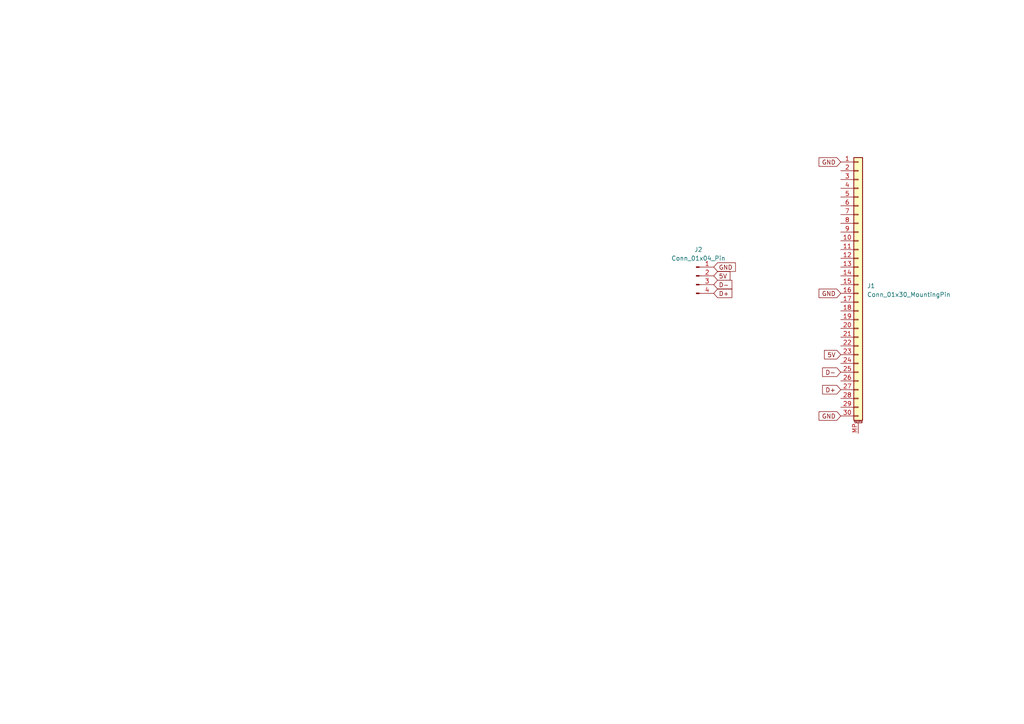
<source format=kicad_sch>
(kicad_sch (version 20250114) (generator "eeschema") (generator_version "9.0")
  (paper "A4")
  (lib_symbols
    (symbol "Connector:Conn_01x04_Pin" (pin_names (offset 1.016) (hide yes))
      (property "Reference" "J" (at 0 5.08 0))
      (property "Value" "Conn_01x04_Pin" (at 0 -7.62 0))
      (symbol "Conn_01x04_Pin_1_1"
        (rectangle (start 0.8636 2.667) (end 0 2.413) (stroke (width 0.1524)) (fill (type outline)))
        (rectangle (start 0.8636 0.127) (end 0 -0.127) (stroke (width 0.1524)) (fill (type outline)))
        (rectangle (start 0.8636 -2.413) (end 0 -2.667) (stroke (width 0.1524)) (fill (type outline)))
        (rectangle (start 0.8636 -4.953) (end 0 -5.207) (stroke (width 0.1524)) (fill (type outline)))
        (polyline (pts (xy 1.27 2.54) (xy 0.8636 2.54)) (stroke (width 0.1524)))
        (polyline (pts (xy 1.27 0) (xy 0.8636 0)) (stroke (width 0.1524)))
        (polyline (pts (xy 1.27 -2.54) (xy 0.8636 -2.54)) (stroke (width 0.1524)))
        (polyline (pts (xy 1.27 -5.08) (xy 0.8636 -5.08)) (stroke (width 0.1524)))
        (pin passive line (at 5.08 2.54 180) (length 3.81) (name "Pin_1") (number "1"))
        (pin passive line (at 5.08 0 180) (length 3.81) (name "Pin_2") (number "2"))
        (pin passive line (at 5.08 -2.54 180) (length 3.81) (name "Pin_3") (number "3"))
        (pin passive line (at 5.08 -5.08 180) (length 3.81) (name "Pin_4") (number "4"))
      )
    )
    (symbol "Connector_Generic_MountingPin:Conn_01x30_MountingPin" (pin_names (offset 1.016) (hide yes))
      (property "Reference" "J" (at 0 38.1 0))
      (property "Value" "Conn_01x30_MountingPin" (at 1.27 -40.64 0))
      (symbol "Conn_01x30_MountingPin_1_1"
        (rectangle (start -1.27 36.83) (end 1.27 -39.37) (stroke (width 0.254)) (fill (type background)))
        (rectangle (start -1.27 35.687) (end 0 35.433) (stroke (width 0.1524)))
        (rectangle (start -1.27 33.147) (end 0 32.893) (stroke (width 0.1524)))
        (rectangle (start -1.27 30.607) (end 0 30.353) (stroke (width 0.1524)))
        (rectangle (start -1.27 28.067) (end 0 27.813) (stroke (width 0.1524)))
        (rectangle (start -1.27 25.527) (end 0 25.273) (stroke (width 0.1524)))
        (rectangle (start -1.27 22.987) (end 0 22.733) (stroke (width 0.1524)))
        (rectangle (start -1.27 20.447) (end 0 20.193) (stroke (width 0.1524)))
        (rectangle (start -1.27 17.907) (end 0 17.653) (stroke (width 0.1524)))
        (rectangle (start -1.27 15.367) (end 0 15.113) (stroke (width 0.1524)))
        (rectangle (start -1.27 12.827) (end 0 12.573) (stroke (width 0.1524)))
        (rectangle (start -1.27 10.287) (end 0 10.033) (stroke (width 0.1524)))
        (rectangle (start -1.27 7.747) (end 0 7.493) (stroke (width 0.1524)))
        (rectangle (start -1.27 5.207) (end 0 4.953) (stroke (width 0.1524)))
        (rectangle (start -1.27 2.667) (end 0 2.413) (stroke (width 0.1524)))
        (rectangle (start -1.27 0.127) (end 0 -0.127) (stroke (width 0.1524)))
        (rectangle (start -1.27 -2.413) (end 0 -2.667) (stroke (width 0.1524)))
        (rectangle (start -1.27 -4.953) (end 0 -5.207) (stroke (width 0.1524)))
        (rectangle (start -1.27 -7.493) (end 0 -7.747) (stroke (width 0.1524)))
        (rectangle (start -1.27 -10.033) (end 0 -10.287) (stroke (width 0.1524)))
        (rectangle (start -1.27 -12.573) (end 0 -12.827) (stroke (width 0.1524)))
        (rectangle (start -1.27 -15.113) (end 0 -15.367) (stroke (width 0.1524)))
        (rectangle (start -1.27 -17.653) (end 0 -17.907) (stroke (width 0.1524)))
        (rectangle (start -1.27 -20.193) (end 0 -20.447) (stroke (width 0.1524)))
        (rectangle (start -1.27 -22.733) (end 0 -22.987) (stroke (width 0.1524)))
        (rectangle (start -1.27 -25.273) (end 0 -25.527) (stroke (width 0.1524)))
        (rectangle (start -1.27 -27.813) (end 0 -28.067) (stroke (width 0.1524)))
        (rectangle (start -1.27 -30.353) (end 0 -30.607) (stroke (width 0.1524)))
        (rectangle (start -1.27 -32.893) (end 0 -33.147) (stroke (width 0.1524)))
        (rectangle (start -1.27 -35.433) (end 0 -35.687) (stroke (width 0.1524)))
        (rectangle (start -1.27 -37.973) (end 0 -38.227) (stroke (width 0.1524)))
        (polyline (pts (xy -1.016 -40.132) (xy 1.016 -40.132)) (stroke (width 0.1524)))
        (text "Mounting" (at 0 -39.751 0) (effects (font (size 0.381 0.381))))
        (pin passive line (at -5.08 35.56 0) (length 3.81) (name "Pin_1") (number "1"))
        (pin passive line (at -5.08 33.02 0) (length 3.81) (name "Pin_2") (number "2"))
        (pin passive line (at -5.08 30.48 0) (length 3.81) (name "Pin_3") (number "3"))
        (pin passive line (at -5.08 27.94 0) (length 3.81) (name "Pin_4") (number "4"))
        (pin passive line (at -5.08 25.4 0) (length 3.81) (name "Pin_5") (number "5"))
        (pin passive line (at -5.08 22.86 0) (length 3.81) (name "Pin_6") (number "6"))
        (pin passive line (at -5.08 20.32 0) (length 3.81) (name "Pin_7") (number "7"))
        (pin passive line (at -5.08 17.78 0) (length 3.81) (name "Pin_8") (number "8"))
        (pin passive line (at -5.08 15.24 0) (length 3.81) (name "Pin_9") (number "9"))
        (pin passive line (at -5.08 12.7 0) (length 3.81) (name "Pin_10") (number "10"))
        (pin passive line (at -5.08 10.16 0) (length 3.81) (name "Pin_11") (number "11"))
        (pin passive line (at -5.08 7.62 0) (length 3.81) (name "Pin_12") (number "12"))
        (pin passive line (at -5.08 5.08 0) (length 3.81) (name "Pin_13") (number "13"))
        (pin passive line (at -5.08 2.54 0) (length 3.81) (name "Pin_14") (number "14"))
        (pin passive line (at -5.08 0 0) (length 3.81) (name "Pin_15") (number "15"))
        (pin passive line (at -5.08 -2.54 0) (length 3.81) (name "Pin_16") (number "16"))
        (pin passive line (at -5.08 -5.08 0) (length 3.81) (name "Pin_17") (number "17"))
        (pin passive line (at -5.08 -7.62 0) (length 3.81) (name "Pin_18") (number "18"))
        (pin passive line (at -5.08 -10.16 0) (length 3.81) (name "Pin_19") (number "19"))
        (pin passive line (at -5.08 -12.7 0) (length 3.81) (name "Pin_20") (number "20"))
        (pin passive line (at -5.08 -15.24 0) (length 3.81) (name "Pin_21") (number "21"))
        (pin passive line (at -5.08 -17.78 0) (length 3.81) (name "Pin_22") (number "22"))
        (pin passive line (at -5.08 -20.32 0) (length 3.81) (name "Pin_23") (number "23"))
        (pin passive line (at -5.08 -22.86 0) (length 3.81) (name "Pin_24") (number "24"))
        (pin passive line (at -5.08 -25.4 0) (length 3.81) (name "Pin_25") (number "25"))
        (pin passive line (at -5.08 -27.94 0) (length 3.81) (name "Pin_26") (number "26"))
        (pin passive line (at -5.08 -30.48 0) (length 3.81) (name "Pin_27") (number "27"))
        (pin passive line (at -5.08 -33.02 0) (length 3.81) (name "Pin_28") (number "28"))
        (pin passive line (at -5.08 -35.56 0) (length 3.81) (name "Pin_29") (number "29"))
        (pin passive line (at -5.08 -38.1 0) (length 3.81) (name "Pin_30") (number "30"))
        (pin passive line (at 0 -43.18 90) (length 3.048) (name "MountPin") (number "MP"))
      )
    )
  )
  (global_label "D-" (shape input) (at 207.01 82.55 0) (property "Intersheetrefs" "${INTERSHEET_REFS}" (effects (hide yes))))
  (global_label "GND" (shape input) (at 243.84 46.99 180) (property "Intersheetrefs" "${INTERSHEET_REFS}" (effects (hide yes))))
  (global_label "GND" (shape input) (at 207.01 77.47 0) (property "Intersheetrefs" "${INTERSHEET_REFS}" (effects (hide yes))))
  (global_label "GND" (shape input) (at 243.84 85.09 180) (property "Intersheetrefs" "${INTERSHEET_REFS}" (effects (hide yes))))
  (global_label "GND" (shape input) (at 243.84 120.65 180) (property "Intersheetrefs" "${INTERSHEET_REFS}" (effects (hide yes))))
  (global_label "D+" (shape input) (at 207.01 85.09 0) (property "Intersheetrefs" "${INTERSHEET_REFS}" (effects (hide yes))))
  (global_label "D-" (shape input) (at 243.84 107.95 180) (property "Intersheetrefs" "${INTERSHEET_REFS}" (effects (hide yes))))
  (global_label "5V" (shape input) (at 243.84 102.87 180) (property "Intersheetrefs" "${INTERSHEET_REFS}" (effects (hide yes))))
  (global_label "D+" (shape input) (at 243.84 113.03 180) (property "Intersheetrefs" "${INTERSHEET_REFS}" (effects (hide yes))))
  (global_label "5V" (shape input) (at 207.01 80.01 0) (property "Intersheetrefs" "${INTERSHEET_REFS}" (effects (hide yes))))
  (symbol (lib_id "Connector:Conn_01x04_Pin") (at 201.93 80.01 0) (unit 1)
    (property "Reference" "J2" (at 202.565 72.39 0))
    (property "Value" "Conn_01x04_Pin" (at 202.565 74.93 0))
    (property "Footprint" "Connector_PinSocket_2.54mm:PinSocket_2x02_P2.54mm_Vertical" (effects (hide yes)))
    (property "Description" "Generic connector, single row, 01x04, script generated" (effects (hide yes)))
  )
  (symbol (lib_id "Connector_Generic_MountingPin:Conn_01x30_MountingPin") (at 248.92 82.55 0) (unit 1)
    (property "Reference" "J1" (at 251.46 82.9055 0) (effects (justify left)))
    (property "Value" "Conn_01x30_MountingPin" (at 251.46 85.4455 0) (effects (justify left)))
    (property "Footprint" "SparkFun-Connectors:1X30" (effects (hide yes)))
    (property "Description" "Generic connectable mounting pin connector, single row, 01x30, script generated (kicad-library-utils/schlib/autogen/connector/)" (effects (hide yes)))
  )
)
</source>
